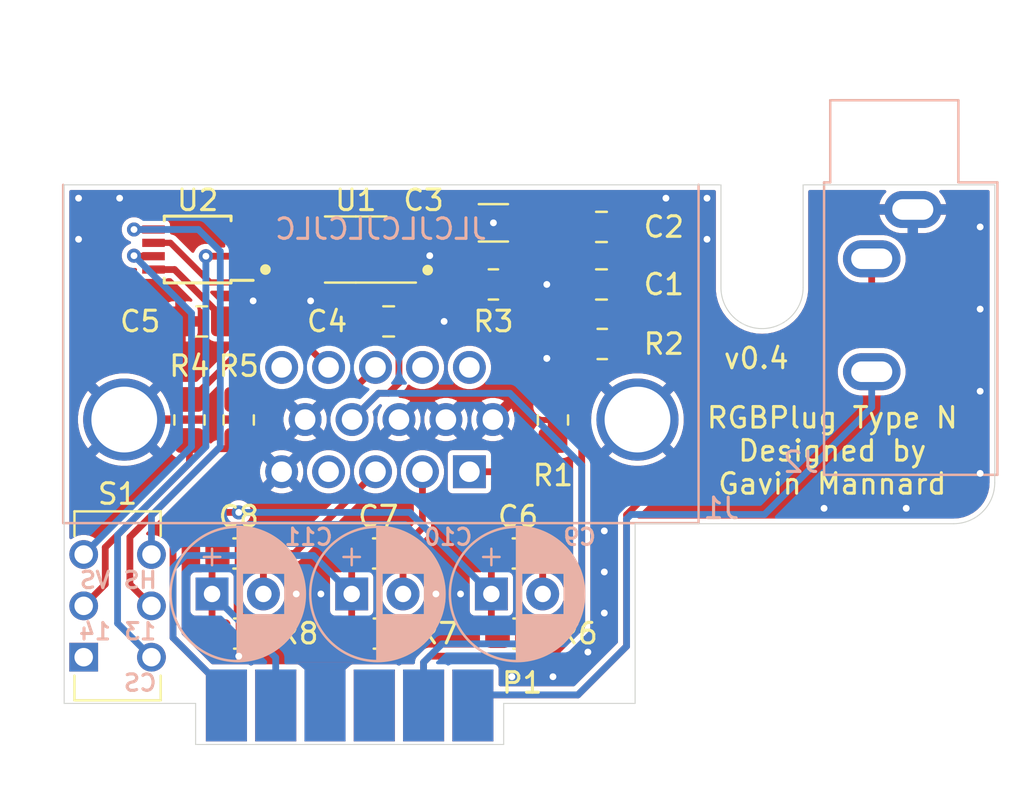
<source format=kicad_pcb>
(kicad_pcb (version 20241229) (generator "pcbnew") (generator_version "9.0")
  (title_block (title "RGBPlug Type N") (date "2025-05-28") (rev "v0.4"))
  (layers (0 "F.Cu" signal) (2 "B.Cu" signal) (13 "F.Paste" user) (15 "B.Paste" user) (5 "F.SilkS" user "F.Silkscreen") (7 "B.SilkS" user "B.Silkscreen") (1 "F.Mask" user) (3 "B.Mask" user) (25 "Edge.Cuts" user))
  (net 0 "")
  (net 1 "Net-(U1-VIN)")
  (net 2 "GND")
  (net 3 "VCC")
  (net 4 "Net-(P1-R)")
  (net 5 "Net-(C6-Pad1)")
  (net 7 "Net-(S1-Pad3)")
  (net 8 "Net-(S1-Pad6)")
  (net 11 "Net-(S1-Pad4)")
  (net 12 "Net-(C11-Pad2)")
  (net 13 "Net-(R4-Pad2)")
  (net 15 "Net-(P1-G)")
  (net 16 "Net-(J1-Pad13)")
  (net 17 "Net-(J1-Pad14)")
  (net 18 "Net-(R5-Pad2)")
  (net 19 "Net-(P1-B)")
  (net 20 "Net-(P1-AR)")
  (net 21 "Net-(P1-AL)")
  (net 26 "Net-(P1-V)")
  (net 27 "Net-(U1-REXT)")
  (net 28 "Net-(C10-Pad2)")
  (net 30 "Net-(U1-HS_OUT)")
  (net 31 "Net-(U1-VS_OUT)")
  (net 32 "Net-(U1-CS_OUT)")
  (net 35 "Net-(C1-Pad1)")
  (footprint "Resistor_SMD:R_0805_2012Metric_Pad1.20x1.40mm_HandSolder" (layer "F.Cu") (at 129.3 101 -90)
    (property "Reference" "R5" (at -2.625 0 180) (layer "F.SilkS"))
    (property "Value" "510")
    (pad "1" smd roundrect (at -1 0 270) (size 1.2 1.4) (layers "F.Cu" "F.Mask" "F.Paste") (roundrect_rratio 0.2083325) (net 16 "Net-(J1-Pad13)"))
    (pad "2" smd roundrect (at 1 0 270) (size 1.2 1.4) (layers "F.Cu" "F.Mask" "F.Paste") (roundrect_rratio 0.2083325) (net 18 "Net-(R5-Pad2)"))
  )
  (footprint "Capacitor_SMD:C_0805_2012Metric_Pad1.18x1.45mm_HandSolder" (layer "F.Cu") (at 136.1 107.5 180)
    (property "Reference" "C7" (at 0 1.8 0) (layer "F.SilkS"))
    (property "Value" "0.01u")
    (pad "1" smd roundrect (at -1.0375 0 180) (size 1.175 1.45) (layers "F.Cu" "F.Mask" "F.Paste") (roundrect_rratio 0.2127659574) (net 28 "Net-(C10-Pad2)"))
    (pad "2" smd roundrect (at 1.0375 0 180) (size 1.175 1.45) (layers "F.Cu" "F.Mask" "F.Paste") (roundrect_rratio 0.2127659574) (net 15 "Net-(P1-G)"))
  )
  (footprint "Capacitor_SMD:C_0805_2012Metric_Pad1.18x1.45mm_HandSolder" (layer "F.Cu") (at 129.3 107.5)
    (property "Reference" "C8" (at 0 -1.8 0) (layer "F.SilkS"))
    (property "Value" "0.01u")
    (pad "1" smd roundrect (at -1.0375 0) (size 1.175 1.45) (layers "F.Cu" "F.Mask" "F.Paste") (roundrect_rratio 0.2127659574) (net 19 "Net-(P1-B)"))
    (pad "2" smd roundrect (at 1.0375 0) (size 1.175 1.45) (layers "F.Cu" "F.Mask" "F.Paste") (roundrect_rratio 0.2127659574) (net 12 "Net-(C11-Pad2)"))
  )
  (footprint "Resistor_SMD:R_0805_2012Metric_Pad1.20x1.40mm_HandSolder" (layer "F.Cu") (at 126.9 101 -90)
    (property "Reference" "R4" (at -2.625 0 180) (layer "F.SilkS"))
    (property "Value" "510")
    (pad "1" smd roundrect (at -1 0 270) (size 1.2 1.4) (layers "F.Cu" "F.Mask" "F.Paste") (roundrect_rratio 0.2083325) (net 17 "Net-(J1-Pad14)"))
    (pad "2" smd roundrect (at 1 0 270) (size 1.2 1.4) (layers "F.Cu" "F.Mask" "F.Paste") (roundrect_rratio 0.2083325) (net 13 "Net-(R4-Pad2)"))
  )
  (footprint "Capacitor_SMD:C_0805_2012Metric_Pad1.18x1.45mm_HandSolder" (layer "F.Cu") (at 146.9625 91.6)
    (property "Reference" "C2" (at 3.0375 0 0) (layer "F.SilkS"))
    (property "Value" "0.01uF")
    (pad "1" smd roundrect (at -1.0375 0) (size 1.175 1.45) (layers "F.Cu" "F.Mask" "F.Paste") (roundrect_rratio 0.2127659574) (net 1 "Net-(U1-VIN)"))
    (pad "2" smd roundrect (at 1.0375 0) (size 1.175 1.45) (layers "F.Cu" "F.Mask" "F.Paste") (roundrect_rratio 0.2127659574) (net 35 "Net-(C1-Pad1)"))
  )
  (footprint "Capacitor_SMD:C_0805_2012Metric_Pad1.18x1.45mm_HandSolder" (layer "F.Cu") (at 136.6 96.2 180)
    (property "Reference" "C4" (at 3 0 0) (layer "F.SilkS"))
    (property "Value" "0.1u")
    (pad "1" smd roundrect (at -1.0375 0 180) (size 1.175 1.45) (layers "F.Cu" "F.Mask" "F.Paste") (roundrect_rratio 0.2127659574) (net 2 "GND"))
    (pad "2" smd roundrect (at 1.0375 0 180) (size 1.175 1.45) (layers "F.Cu" "F.Mask" "F.Paste") (roundrect_rratio 0.2127659574) (net 3 "VCC"))
  )
  (footprint "Capacitor_SMD:C_0805_2012Metric_Pad1.18x1.45mm_HandSolder" (layer "F.Cu") (at 142.9 107.5 180)
    (property "Reference" "C6" (at 0 1.8 0) (layer "F.SilkS"))
    (property "Value" "0.01u")
    (pad "1" smd roundrect (at -1.0375 0 180) (size 1.175 1.45) (layers "F.Cu" "F.Mask" "F.Paste") (roundrect_rratio 0.2127659574) (net 5 "Net-(C6-Pad1)"))
    (pad "2" smd roundrect (at 1.0375 0 180) (size 1.175 1.45) (layers "F.Cu" "F.Mask" "F.Paste") (roundrect_rratio 0.2127659574) (net 4 "Net-(P1-R)"))
  )
  (footprint "retro_gaming:SNES_multiAV_plug_PCB" (layer "F.Cu") (at 134.7 114.9)
    (property "Reference" "P1" (at 8.4 -1.1 0) (layer "F.SilkS"))
    (property "Value" "SNES_multiAV_plug_PCB")
    (pad "1" smd rect (at -6 0) (size 2 3.5) (layers "F.Cu" "F.Mask" "F.Paste") (net 4 "Net-(P1-R)"))
    (pad "2" smd rect (at -6 0) (size 2 3.5) (layers "B.Cu" "B.Mask" "B.Paste") (net 15 "Net-(P1-G)"))
    (pad "3" smd rect (at -3.6 0) (size 2 3.5) (layers "F.Cu" "F.Mask" "F.Paste"))
    (pad "4" smd rect (at -3.6 0) (size 2 3.5) (layers "B.Cu" "B.Mask" "B.Paste") (net 19 "Net-(P1-B)"))
    (pad "5" smd rect (at -1.2 0) (size 2 3.5) (layers "F.Cu" "F.Mask" "F.Paste") (net 2 "GND"))
    (pad "6" smd rect (at -1.2 0) (size 2 3.5) (layers "B.Cu" "B.Mask" "B.Paste") (net 2 "GND"))
    (pad "7" smd rect (at 1.2 0) (size 2 3.5) (layers "F.Cu" "F.Mask" "F.Paste"))
    (pad "8" smd rect (at 1.2 0) (size 2 3.5) (layers "B.Cu" "B.Mask" "B.Paste"))
    (pad "9" smd rect (at 3.6 0) (size 2 3.5) (layers "F.Cu" "F.Mask" "F.Paste") (net 26 "Net-(P1-V)"))
    (pad "10" smd rect (at 3.6 0) (size 2 3.5) (layers "B.Cu" "B.Mask" "B.Paste") (net 3 "VCC"))
    (pad "11" smd rect (at 6 0) (size 2 3.5) (layers "F.Cu" "F.Mask" "F.Paste") (net 21 "Net-(P1-AL)"))
    (pad "12" smd rect (at 6 0) (size 2 3.5) (layers "B.Cu" "B.Mask" "B.Paste") (net 20 "Net-(P1-AR)"))
  )
  (footprint "Button_Switch_THT:SW_CuK_JS202011CQN_DPDT_Straight" (layer "F.Cu") (at 121.75 112.55 90)
    (property "Reference" "S1" (at 7.95 1.65 0) (layer "F.SilkS"))
    (property "Value" "JS202011CQN")
    (pad "1" thru_hole rect (at 0 0 90) (size 1.4 1.4) (drill 0.9) (layers "*.Cu" "*.Mask"))
    (pad "2" thru_hole circle (at 2.5 0 90) (size 1.4 1.4) (drill 0.9) (layers "*.Cu" "*.Mask") (net 13 "Net-(R4-Pad2)"))
    (pad "3" thru_hole circle (at 5 0 90) (size 1.4 1.4) (drill 0.9) (layers "*.Cu" "*.Mask") (net 7 "Net-(S1-Pad3)"))
    (pad "4" thru_hole circle (at 0 3.3 90) (size 1.4 1.4) (drill 0.9) (layers "*.Cu" "*.Mask") (net 11 "Net-(S1-Pad4)"))
    (pad "5" thru_hole circle (at 2.5 3.3 90) (size 1.4 1.4) (drill 0.9) (layers "*.Cu" "*.Mask") (net 18 "Net-(R5-Pad2)"))
    (pad "6" thru_hole circle (at 5 3.3 90) (size 1.4 1.4) (drill 0.9) (layers "*.Cu" "*.Mask") (net 8 "Net-(S1-Pad6)"))
  )
  (footprint "Resistor_SMD:R_0805_2012Metric_Pad1.20x1.40mm_HandSolder" (layer "F.Cu") (at 144.6 101 -90)
    (property "Reference" "R1" (at 2.7 0 0) (layer "F.SilkS"))
    (property "Value" "75")
    (pad "1" smd roundrect (at -1 0 270) (size 1.2 1.4) (layers "F.Cu" "F.Mask" "F.Paste") (roundrect_rratio 0.2083325) (net 26 "Net-(P1-V)"))
    (pad "2" smd roundrect (at 1 0 270) (size 1.2 1.4) (layers "F.Cu" "F.Mask" "F.Paste") (roundrect_rratio 0.2083325) (net 2 "GND"))
  )
  (footprint "Resistor_SMD:R_0805_2012Metric_Pad1.20x1.40mm_HandSolder" (layer "F.Cu") (at 142.9 111.4)
    (property "Reference" "R6" (at 2.9 0 0) (layer "F.SilkS"))
    (property "Value" "75")
    (pad "1" smd roundrect (at -1 0) (size 1.2 1.4) (layers "F.Cu" "F.Mask" "F.Paste") (roundrect_rratio 0.2083333333) (net 4 "Net-(P1-R)"))
    (pad "2" smd roundrect (at 1 0) (size 1.2 1.4) (layers "F.Cu" "F.Mask" "F.Paste") (roundrect_rratio 0.2083333333) (net 2 "GND"))
  )
  (footprint "Resistor_SMD:R_0805_2012Metric_Pad1.20x1.40mm_HandSolder" (layer "F.Cu") (at 141.7 94.4)
    (property "Reference" "R3" (at 0 1.8 0) (layer "F.SilkS"))
    (property "Value" "10k")
    (pad "1" smd roundrect (at -1 0) (size 1.2 1.4) (layers "F.Cu" "F.Mask" "F.Paste") (roundrect_rratio 0.208333) (net 27 "Net-(U1-REXT)"))
    (pad "2" smd roundrect (at 1 0) (size 1.2 1.4) (layers "F.Cu" "F.Mask" "F.Paste") (roundrect_rratio 0.208333) (net 2 "GND"))
  )
  (footprint "Resistor_SMD:R_0805_2012Metric_Pad1.20x1.40mm_HandSolder" (layer "F.Cu") (at 136.1 111.4)
    (property "Reference" "R7" (at 2.9 0 0) (layer "F.SilkS"))
    (property "Value" "75")
    (pad "1" smd roundrect (at -1 0) (size 1.2 1.4) (layers "F.Cu" "F.Mask" "F.Paste") (roundrect_rratio 0.2083333333) (net 15 "Net-(P1-G)"))
    (pad "2" smd roundrect (at 1 0) (size 1.2 1.4) (layers "F.Cu" "F.Mask" "F.Paste") (roundrect_rratio 0.2083333333) (net 2 "GND"))
  )
  (footprint "Capacitor_SMD:C_0805_2012Metric_Pad1.18x1.45mm_HandSolder" (layer "F.Cu") (at 127.5 96.2)
    (property "Reference" "C5" (at -3 0 0) (layer "F.SilkS"))
    (property "Value" "0.1uF")
    (pad "1" smd roundrect (at -1.0375 0) (size 1.175 1.45) (layers "F.Cu" "F.Mask" "F.Paste") (roundrect_rratio 0.212766) (net 2 "GND"))
    (pad "2" smd roundrect (at 1.0375 0) (size 1.175 1.45) (layers "F.Cu" "F.Mask" "F.Paste") (roundrect_rratio 0.212766) (net 3 "VCC"))
  )
  (footprint "Capacitor_SMD:C_1206_3216Metric_Pad1.33x1.80mm_HandSolder" (layer "F.Cu") (at 141.7 91.4)
    (property "Reference" "C3" (at -3.4 -1.1 0) (layer "F.SilkS"))
    (property "Value" "10uF")
    (pad "1" smd roundrect (at -1.5625 0) (size 1.325 1.8) (layers "F.Cu" "F.Mask" "F.Paste") (roundrect_rratio 0.188679) (net 3 "VCC"))
    (pad "2" smd roundrect (at 1.5625 0) (size 1.325 1.8) (layers "F.Cu" "F.Mask" "F.Paste") (roundrect_rratio 0.188679) (net 2 "GND"))
  )
  (footprint "Capacitor_SMD:C_0805_2012Metric_Pad1.18x1.45mm_HandSolder" (layer "F.Cu") (at 146.9625 94.4 180)
    (property "Reference" "C1" (at -3.0375 0 0) (layer "F.SilkS"))
    (property "Value" "1nF")
    (pad "1" smd roundrect (at -1.0375 0 180) (size 1.175 1.45) (layers "F.Cu" "F.Mask" "F.Paste") (roundrect_rratio 0.2127659574) (net 35 "Net-(C1-Pad1)"))
    (pad "2" smd roundrect (at 1.0375 0 180) (size 1.175 1.45) (layers "F.Cu" "F.Mask" "F.Paste") (roundrect_rratio 0.2127659574) (net 2 "GND"))
  )
  (footprint "Package_SO:TSSOP-8_3x3mm_P0.65mm" (layer "F.Cu") (at 127.3 92.7 180)
    (property "Reference" "U2" (at 0 2.4 0) (layer "F.SilkS"))
    (property "Value" "74LVC3G34")
    (pad "1" smd rect (at -2.15 -0.975 180) (size 1.1 0.4) (layers "F.Cu" "F.Mask" "F.Paste") (net 31 "Net-(U1-VS_OUT)"))
    (pad "2" smd rect (at -2.15 -0.325 180) (size 1.1 0.4) (layers "F.Cu" "F.Mask" "F.Paste") (net 11 "Net-(S1-Pad4)"))
    (pad "3" smd rect (at -2.15 0.325 180) (size 1.1 0.4) (layers "F.Cu" "F.Mask" "F.Paste") (net 30 "Net-(U1-HS_OUT)"))
    (pad "4" smd rect (at -2.15 0.975 180) (size 1.1 0.4) (layers "F.Cu" "F.Mask" "F.Paste") (net 2 "GND"))
    (pad "5" smd rect (at 2.15 0.975 180) (size 1.1 0.4) (layers "F.Cu" "F.Mask" "F.Paste") (net 8 "Net-(S1-Pad6)"))
    (pad "6" smd rect (at 2.15 0.325 180) (size 1.1 0.4) (layers "F.Cu" "F.Mask" "F.Paste") (net 32 "Net-(U1-CS_OUT)"))
    (pad "7" smd rect (at 2.15 -0.325 180) (size 1.1 0.4) (layers "F.Cu" "F.Mask" "F.Paste") (net 7 "Net-(S1-Pad3)"))
    (pad "8" smd rect (at 2.15 -0.975 180) (size 1.1 0.4) (layers "F.Cu" "F.Mask" "F.Paste") (net 3 "VCC"))
  )
  (footprint "Package_SO:VSSOP-10_3x3mm_P0.5mm" (layer "F.Cu") (at 135 92.7 180)
    (property "Reference" "U1" (at 0 2.4 0) (layer "F.SilkS"))
    (property "Value" "LMH1980")
    (pad "1" smd roundrect (at -2.2 -1 180) (size 1.45 0.3) (layers "F.Cu" "F.Mask" "F.Paste") (net 27 "Net-(U1-REXT)"))
    (pad "2" smd roundrect (at -2.2 -0.5 180) (size 1.45 0.3) (layers "F.Cu" "F.Mask" "F.Paste") (net 2 "GND"))
    (pad "3" smd roundrect (at -2.2 0 180) (size 1.45 0.3) (layers "F.Cu" "F.Mask" "F.Paste") (net 3 "VCC"))
    (pad "4" smd roundrect (at -2.2 0.5 180) (size 1.45 0.3) (layers "F.Cu" "F.Mask" "F.Paste") (net 1 "Net-(U1-VIN)"))
    (pad "5" smd roundrect (at -2.2 1 180) (size 1.45 0.3) (layers "F.Cu" "F.Mask" "F.Paste"))
    (pad "6" smd roundrect (at 2.2 1 180) (size 1.45 0.3) (layers "F.Cu" "F.Mask" "F.Paste") (net 30 "Net-(U1-HS_OUT)"))
    (pad "7" smd roundrect (at 2.2 0.5 180) (size 1.45 0.3) (layers "F.Cu" "F.Mask" "F.Paste") (net 31 "Net-(U1-VS_OUT)"))
    (pad "8" smd roundrect (at 2.2 0 180) (size 1.45 0.3) (layers "F.Cu" "F.Mask" "F.Paste") (net 32 "Net-(U1-CS_OUT)"))
    (pad "9" smd roundrect (at 2.2 -0.5 180) (size 1.45 0.3) (layers "F.Cu" "F.Mask" "F.Paste"))
    (pad "10" smd roundrect (at 2.2 -1 180) (size 1.45 0.3) (layers "F.Cu" "F.Mask" "F.Paste"))
  )
  (footprint "Resistor_SMD:R_0805_2012Metric_Pad1.20x1.40mm_HandSolder" (layer "F.Cu") (at 129.3 111.4)
    (property "Reference" "R8" (at 2.9 0 0) (layer "F.SilkS"))
    (property "Value" "75")
    (pad "1" smd roundrect (at -1 0) (size 1.2 1.4) (layers "F.Cu" "F.Mask" "F.Paste") (roundrect_rratio 0.2083333333) (net 19 "Net-(P1-B)"))
    (pad "2" smd roundrect (at 1 0) (size 1.2 1.4) (layers "F.Cu" "F.Mask" "F.Paste") (roundrect_rratio 0.2083333333) (net 2 "GND"))
  )
  (footprint "Resistor_SMD:R_0805_2012Metric_Pad1.20x1.40mm_HandSolder" (layer "F.Cu") (at 147 97.3)
    (property "Reference" "R2" (at 3 0 0) (layer "F.SilkS"))
    (property "Value" "75")
    (pad "1" smd roundrect (at -1 0) (size 1.2 1.4) (layers "F.Cu" "F.Mask" "F.Paste") (roundrect_rratio 0.2083333333) (net 26 "Net-(P1-V)"))
    (pad "2" smd roundrect (at 1 0) (size 1.2 1.4) (layers "F.Cu" "F.Mask" "F.Paste") (roundrect_rratio 0.2083333333) (net 35 "Net-(C1-Pad1)"))
  )
  (footprint "retro_gaming:L17HTHES4F1C" (layer "B.Cu") (at 140.53 103.52)
    (property "Reference" "J1" (at 12.27 1.78 0) (layer "B.SilkS") (effects (justify mirror)))
    (property "Value" "DB15_Female_HighDensity_MountingHoles")
    (pad "0" thru_hole circle (at -16.805 -2.54) (size 4 4) (drill 3.2) (layers "*.Cu" "*.Mask") (net 2 "GND"))
    (pad "0" thru_hole circle (at 8.185 -2.54) (size 4 4) (drill 3.2) (layers "*.Cu" "*.Mask") (net 2 "GND"))
    (pad "1" thru_hole rect (at 0 0) (size 1.6 1.6) (drill 1) (layers "*.Cu" "*.Mask") (net 5 "Net-(C6-Pad1)"))
    (pad "2" thru_hole circle (at -2.285 0) (size 1.6 1.6) (drill 1) (layers "*.Cu" "*.Mask") (net 28 "Net-(C10-Pad2)"))
    (pad "3" thru_hole circle (at -4.57 0) (size 1.6 1.6) (drill 1) (layers "*.Cu" "*.Mask") (net 12 "Net-(C11-Pad2)"))
    (pad "4" thru_hole circle (at -6.855 0) (size 1.6 1.6) (drill 1) (layers "*.Cu" "*.Mask"))
    (pad "5" thru_hole circle (at -9.14 0) (size 1.6 1.6) (drill 1) (layers "*.Cu" "*.Mask") (net 2 "GND"))
    (pad "6" thru_hole circle (at 1.1425 -2.54) (size 1.6 1.6) (drill 1) (layers "*.Cu" "*.Mask") (net 2 "GND"))
    (pad "7" thru_hole circle (at -1.1425 -2.54) (size 1.6 1.6) (drill 1) (layers "*.Cu" "*.Mask") (net 2 "GND"))
    (pad "8" thru_hole circle (at -3.4275 -2.54) (size 1.6 1.6) (drill 1) (layers "*.Cu" "*.Mask") (net 2 "GND"))
    (pad "9" thru_hole circle (at -5.7125 -2.54) (size 1.6 1.6) (drill 1) (layers "*.Cu" "*.Mask") (net 3 "VCC"))
    (pad "10" thru_hole circle (at -7.9975 -2.54) (size 1.6 1.6) (drill 1) (layers "*.Cu" "*.Mask") (net 2 "GND"))
    (pad "11" thru_hole circle (at 0 -5.08) (size 1.6 1.6) (drill 1) (layers "*.Cu" "*.Mask"))
    (pad "12" thru_hole circle (at -2.285 -5.08) (size 1.6 1.6) (drill 1) (layers "*.Cu" "*.Mask"))
    (pad "13" thru_hole circle (at -4.57 -5.08) (size 1.6 1.6) (drill 1) (layers "*.Cu" "*.Mask") (net 16 "Net-(J1-Pad13)"))
    (pad "14" thru_hole circle (at -6.855 -5.08) (size 1.6 1.6) (drill 1) (layers "*.Cu" "*.Mask") (net 17 "Net-(J1-Pad14)"))
    (pad "15" thru_hole circle (at -9.14 -5.08) (size 1.6 1.6) (drill 1) (layers "*.Cu" "*.Mask"))
  )
  (footprint "Connector_Audio:Jack_3.5mm_CUI_SJ1-3533NG_Horizontal" (layer "B.Cu") (at 162.12 90.75 180)
    (property "Reference" "J2" (at 5.445 -12.3 0) (layer "B.SilkS") (effects (justify mirror)))
    (property "Value" "AudioJack3")
    (pad "R" thru_hole oval (at 2 -7.9 180) (size 2.8 1.8) (drill oval 2 1) (layers "*.Cu" "*.Mask") (net 20 "Net-(P1-AR)"))
    (pad "S" thru_hole oval (at 0 0 180) (size 2.8 1.8) (drill oval 2 1) (layers "*.Cu" "*.Mask") (net 2 "GND"))
    (pad "T" thru_hole oval (at 2 -2.4 180) (size 2.8 1.8) (drill oval 2 1) (layers "*.Cu" "*.Mask") (net 21 "Net-(P1-AL)"))
  )
  (footprint "Capacitor_THT:CP_Radial_D6.3mm_P2.50mm" (layer "B.Cu") (at 134.8 109.47)
    (property "Reference" "C10" (at 4.7 -2.77 180) (layer "B.SilkS") (effects (font (size 0.8 0.8) (thickness 0.15) (bold yes)) (justify mirror)))
    (property "Value" "470u")
    (pad "1" thru_hole rect (at 0 0) (size 1.6 1.6) (drill 0.8) (layers "*.Cu" "*.Mask") (net 15 "Net-(P1-G)"))
    (pad "2" thru_hole circle (at 2.5 0) (size 1.6 1.6) (drill 0.8) (layers "*.Cu" "*.Mask") (net 28 "Net-(C10-Pad2)"))
  )
  (footprint "Capacitor_THT:CP_Radial_D6.3mm_P2.50mm" (layer "B.Cu") (at 128 109.47)
    (property "Reference" "C11" (at 4.7 -2.77 0) (layer "B.SilkS") (effects (font (size 0.8 0.8) (thickness 0.15) (bold yes)) (justify mirror)))
    (property "Value" "470u")
    (pad "1" thru_hole rect (at 0 0) (size 1.6 1.6) (drill 0.8) (layers "*.Cu" "*.Mask") (net 19 "Net-(P1-B)"))
    (pad "2" thru_hole circle (at 2.5 0) (size 1.6 1.6) (drill 0.8) (layers "*.Cu" "*.Mask") (net 12 "Net-(C11-Pad2)"))
  )
  (footprint "Capacitor_THT:CP_Radial_D6.3mm_P2.50mm" (layer "B.Cu") (at 141.6 109.47)
    (property "Reference" "C9" (at 4.3 -2.77 180) (layer "B.SilkS") (effects (font (size 0.8 0.8) (thickness 0.15) (bold yes)) (justify mirror)))
    (property "Value" "470u")
    (pad "1" thru_hole rect (at 0 0) (size 1.6 1.6) (drill 0.8) (layers "*.Cu" "*.Mask") (net 4 "Net-(P1-R)"))
    (pad "2" thru_hole circle (at 2.5 0) (size 1.6 1.6) (drill 0.8) (layers "*.Cu" "*.Mask") (net 5 "Net-(C6-Pad1)"))
  )
  (gr_circle (center 130.6 93.675) (end 130.8 93.675) (stroke (width 0.12)) (fill yes) (layer "F.SilkS"))
  (gr_circle (center 138.5 93.7) (end 138.7 93.7) (stroke (width 0.12)) (fill yes) (layer "F.SilkS"))
  (gr_line (start 166.11 89.55) (end 166.11 104.05) (stroke (width 0.05)) (layer "Edge.Cuts"))
  (gr_line (start 156.78 89.55) (end 166.11 89.55) (stroke (width 0.05)) (layer "Edge.Cuts"))
  (gr_arc (start 166.11 104.05) (mid 165.524214 105.464214) (end 164.11 106.05) (stroke (width 0.05)) (layer "Edge.Cuts"))
  (gr_arc (start 156.78 94.55) (mid 154.78 96.55) (end 152.78 94.55) (stroke (width 0.05)) (layer "Edge.Cuts"))
  (gr_line (start 142.2 116.8) (end 142.2 114.8) (stroke (width 0.05)) (layer "Edge.Cuts"))
  (gr_line (start 142.2 114.8) (end 148.6 114.8) (stroke (width 0.05)) (layer "Edge.Cuts"))
  (gr_line (start 152.78 94.55) (end 152.78 89.55) (stroke (width 0.05)) (layer "Edge.Cuts"))
  (gr_line (start 120.8 114.8) (end 120.8 89.55) (stroke (width 0.05)) (layer "Edge.Cuts"))
  (gr_line (start 127.2 114.8) (end 127.2 116.8) (stroke (width 0.05)) (layer "Edge.Cuts"))
  (gr_line (start 156.78 94.55) (end 156.78 89.55) (stroke (width 0.05)) (layer "Edge.Cuts"))
  (gr_line (start 164.11 106.05) (end 148.6 106.05) (stroke (width 0.05)) (layer "Edge.Cuts"))
  (gr_line (start 148.6 114.8) (end 148.6 106.05) (stroke (width 0.05)) (layer "Edge.Cuts"))
  (gr_line (start 120.8 89.55) (end 152.78 89.55) (stroke (width 0.05)) (layer "Edge.Cuts"))
  (gr_line (start 127.2 116.8) (end 142.2 116.8) (stroke (width 0.05)) (layer "Edge.Cuts"))
  (gr_line (start 120.8 114.8) (end 127.2 114.8) (stroke (width 0.05)) (layer "Edge.Cuts"))
  (gr_text "RGBPlug Type N\nDesigned by\nGavin Mannard" (at 158.2 102.5 0) (layer "F.SilkS") (effects (font (size 1 1))))
  (gr_text "v0.4" (at 154.5 98 0) (layer "F.SilkS") (effects (font (size 1 1))))
  (gr_text "JLCJLCJLCJLC" (at 136.22 91.7 0) (layer "B.SilkS") (effects (font (size 1 1)) (justify mirror)))
  (gr_text "14" (at 122.3 111.3 0) (layer "B.SilkS") (effects (font (size 0.8 0.8)) (justify mirror)))
  (gr_text "CS" (at 124.5 113.8 0) (layer "B.SilkS") (effects (font (size 0.8 0.8)) (justify mirror)))
  (gr_text "VS" (at 122.3 108.8 0) (layer "B.SilkS") (effects (font (size 0.8 0.8)) (justify mirror)))
  (gr_text "13" (at 124.5 111.3 0) (layer "B.SilkS") (effects (font (size 0.8 0.8)) (justify mirror)))
  (gr_text "HS" (at 124.5 108.8 0) (layer "B.SilkS") (effects (font (size 0.8 0.8)) (justify mirror)))
  (segment (start 139.5 92.7) (end 144.9625 92.7) (width 0.3) (layer "F.Cu") (net 1))
  (segment (start 144.9625 92.7) (end 145.925 91.7375) (width 0.3) (layer "F.Cu") (net 1))
  (segment (start 145.925 91.7375) (end 145.925 91.6) (width 0.3) (layer "F.Cu") (net 1))
  (segment (start 139 92.2) (end 139.5 92.7) (width 0.3) (layer "F.Cu") (net 1))
  (segment (start 137.2 92.2) (end 139 92.2) (width 0.3) (layer "F.Cu") (net 1))
  (segment (start 136.1 95.1) (end 137.0375 95.1) (width 0.3) (layer "F.Cu") (net 2))
  (segment (start 137.0375 95.1) (end 137.6375 94.5) (width 0.3) (layer "F.Cu") (net 2))
  (segment (start 131.6125 101.9) (end 132.5325 100.98) (width 0.4064) (layer "F.Cu") (net 2))
  (segment (start 138.7 93.1) (end 138.6 93) (width 0.3) (layer "F.Cu") (net 2))
  (segment (start 138.7 93.2) (end 138.7 93.1) (width 0.3) (layer "F.Cu") (net 2))
  (segment (start 123.725 100.98) (end 130.18 100.98) (width 0.4064) (layer "F.Cu") (net 2))
  (segment (start 137.6375 94.5) (end 137.6375 96.2) (width 0.3) (layer "F.Cu") (net 2))
  (segment (start 130.18 100.98) (end 131.1 101.9) (width 0.4064) (layer "F.Cu") (net 2))
  (segment (start 122.3 100.05) (end 122.425 100.05) (width 0.3) (layer "F.Cu") (net 2))
  (segment (start 131.1 101.9) (end 131.6125 101.9) (width 0.4064) (layer "F.Cu") (net 2))
  (segment (start 137.2 93.2) (end 138.7 93.2) (width 0.3) (layer "F.Cu") (net 2))
  (segment (start 136.1 93.2) (end 136.1 95.1) (width 0.3) (layer "F.Cu") (net 2))
  (segment (start 137.2 93.2) (end 136.1 93.2) (width 0.3) (layer "F.Cu") (net 2))
  (via (at 123.5 90.2) (size 0.6858) (drill 0.3302) (layers "F.Cu" "B.Cu") (net 2))
  (via (at 165.4 95.6) (size 0.6858) (drill 0.3302) (layers "F.Cu" "B.Cu") (net 2))
  (via (at 152.1 90.2) (size 0.6858) (drill 0.3302) (layers "F.Cu" "B.Cu") (net 2))
  (via (at 147.1 108.4) (size 0.6858) (drill 0.3302) (layers "F.Cu" "B.Cu") (net 2))
  (via (at 129.3 112.5) (size 0.6858) (drill 0.3302) (layers "F.Cu" "B.Cu") (net 2))
  (via (at 147.1 106.4) (size 0.6858) (drill 0.3302) (layers "F.Cu" "B.Cu") (net 2))
  (via (at 142.6 113.5) (size 0.6858) (drill 0.3302) (layers "F.Cu" "B.Cu") (net 2))
  (via (at 157.8 105.3) (size 0.6858) (drill 0.3302) (layers "F.Cu" "B.Cu") (net 2))
  (via (at 141.7 91.4) (size 0.6858) (drill 0.3302) (layers "F.Cu" "B.Cu") (net 2))
  (via (at 150.1 90.2) (size 0.6858) (drill 0.3302) (layers "F.Cu" "B.Cu") (net 2))
  (via (at 138.6 93) (size 0.6858) (drill 0.3302) (layers "F.Cu" "B.Cu") (net 2))
  (via (at 139.3 96.2) (size 0.6858) (drill 0.3302) (layers "F.Cu" "B.Cu") (net 2))
  (via (at 138.9 109.47) (size 0.6858) (drill 0.3302) (layers "F.Cu" "B.Cu") (net 2))
  (via (at 144.3 98) (size 0.6858) (drill 0.3302) (layers "F.Cu" "B.Cu") (net 2))
  (via (at 152.1 92.2) (size 0.6858) (drill 0.3302) (layers "F.Cu" "B.Cu") (net 2))
  (via (at 144.3 94.4) (size 0.6858) (drill 0.3302) (layers "F.Cu" "B.Cu") (net 2))
  (via (at 147.1 110.4) (size 0.6858) (drill 0.3302) (layers "F.Cu" "B.Cu") (net 2))
  (via (at 146.3 112.3) (size 0.6858) (drill 0.3302) (layers "F.Cu" "B.Cu") (net 2))
  (via (at 144.3 98) (size 0.6858) (drill 0.3302) (layers "F.Cu" "B.Cu") (net 2))
  (via (at 165.4 103.6) (size 0.6858) (drill 0.3302) (layers "F.Cu" "B.Cu") (net 2))
  (via (at 121.5 92.2) (size 0.6858) (drill 0.3302) (layers "F.Cu" "B.Cu") (net 2))
  (via (at 165.4 91.6) (size 0.6858) (drill 0.3302) (layers "F.Cu" "B.Cu") (net 2))
  (via (at 133.3 109.47) (size 0.6858) (drill 0.3302) (layers "F.Cu" "B.Cu") (net 2))
  (via (at 130 95.2) (size 0.6858) (drill 0.3302) (layers "F.Cu" "B.Cu") (net 2))
  (via (at 121.5 90.2) (size 0.6858) (drill 0.3302) (layers "F.Cu" "B.Cu") (net 2))
  (via (at 140.1 109.47) (size 0.6858) (drill 0.3302) (layers "F.Cu" "B.Cu") (net 2))
  (via (at 132.1 109.47) (size 0.6858) (drill 0.3302) (layers "F.Cu" "B.Cu") (net 2))
  (via (at 165.4 99.6) (size 0.6858) (drill 0.3302) (layers "F.Cu" "B.Cu") (net 2))
  (via (at 144.6 113.5) (size 0.6858) (drill 0.3302) (layers "F.Cu" "B.Cu") (net 2))
  (via (at 132.8 95.2) (size 0.6858) (drill 0.3302) (layers "F.Cu" "B.Cu") (net 2))
  (via (at 161.8 105.3) (size 0.6858) (drill 0.3302) (layers "F.Cu" "B.Cu") (net 2))
  (segment (start 128.5375 96.2) (end 128.5375 96.0375) (width 0.3302) (layer "F.Cu") (net 3))
  (segment (start 134.8175 100.98) (end 134.82 100.98) (width 0.3302) (layer "F.Cu") (net 3))
  (segment (start 134.82 100.98) (end 136.1 99.7) (width 0.3302) (layer "F.Cu") (net 3))
  (segment (start 139.9375 91.2) (end 136.1 91.2) (width 0.3) (layer "F.Cu") (net 3))
  (segment (start 128.5375 96.0375) (end 126.175 93.675) (width 0.3302) (layer "F.Cu") (net 3))
  (segment (start 135.5625 96.3625) (end 135.5625 96.2) (width 0.3302) (layer "F.Cu") (net 3))
  (segment (start 136.1 91.2) (end 135.5625 91.7375) (width 0.3) (layer "F.Cu") (net 3))
  (segment (start 137.2 92.7) (end 135.5625 92.7) (width 0.3) (layer "F.Cu") (net 3))
  (segment (start 140.1375 91.4) (end 139.9375 91.2) (width 0.3) (layer "F.Cu") (net 3))
  (segment (start 128.5375 96.2) (end 135.5625 96.2) (width 0.3302) (layer "F.Cu") (net 3))
  (segment (start 126.175 93.675) (end 125.15 93.675) (width 0.3302) (layer "F.Cu") (net 3))
  (segment (start 135.5625 91.7375) (end 135.5625 92.7) (width 0.3) (layer "F.Cu") (net 3))
  (segment (start 137.1 97.9) (end 135.5625 96.3625) (width 0.3302) (layer "F.Cu") (net 3))
  (segment (start 136.6 99.7) (end 137.1 99.2) (width 0.3302) (layer "F.Cu") (net 3))
  (segment (start 137.1 99.2) (end 137.1 97.9) (width 0.3302) (layer "F.Cu") (net 3))
  (segment (start 135.5625 92.7) (end 135.5625 96.2) (width 0.3) (layer "F.Cu") (net 3))
  (segment (start 136.1 99.7) (end 136.6 99.7) (width 0.3302) (layer "F.Cu") (net 3))
  (segment (start 136.1 99.7) (end 142.5 99.7) (width 0.3302) (layer "B.Cu") (net 3))
  (segment (start 134.82 100.98) (end 136.1 99.7) (width 0.3302) (layer "B.Cu") (net 3))
  (segment (start 134.8175 100.98) (end 134.82 100.98) (width 0.3302) (layer "B.Cu") (net 3))
  (segment (start 145.15 111.9) (end 139.2 111.9) (width 0.3302) (layer "B.Cu") (net 3))
  (segment (start 142.5 99.7) (end 146 103.2) (width 0.3302) (layer "B.Cu") (net 3))
  (segment (start 146 111.05) (end 145.15 111.9) (width 0.3302) (layer "B.Cu") (net 3))
  (segment (start 138.3 112.8) (end 138.3 114.9) (width 0.3302) (layer "B.Cu") (net 3))
  (segment (start 146 103.2) (end 146 111.05) (width 0.3302) (layer "B.Cu") (net 3))
  (segment (start 139.2 111.9) (end 138.3 112.8) (width 0.3302) (layer "B.Cu") (net 3))
  (segment (start 141.6 109.47) (end 141.6 111.1) (width 0.3302) (layer "F.Cu") (net 4))
  (segment (start 127.4 105.5) (end 129.3 105.5) (width 0.3302) (layer "F.Cu") (net 4))
  (segment (start 126.1 106.8) (end 127.4 105.5) (width 0.3302) (layer "F.Cu") (net 4))
  (segment (start 141.6 111.1) (end 141.9 111.4) (width 0.3302) (layer "F.Cu") (net 4))
  (segment (start 141.6 107.7625) (end 141.8625 107.5) (width 0.3302) (layer "F.Cu") (net 4))
  (segment (start 126.1 111.6) (end 126.1 106.8) (width 0.3302) (layer "F.Cu") (net 4))
  (segment (start 128.7 114.9) (end 128.7 114.2) (width 0.3302) (layer "F.Cu") (net 4))
  (segment (start 141.6 109.47) (end 141.6 107.7625) (width 0.3302) (layer "F.Cu") (net 4))
  (segment (start 128.7 114.2) (end 126.1 111.6) (width 0.3302) (layer "F.Cu") (net 4))
  (via (at 129.3 105.5) (size 0.6858) (drill 0.3302) (layers "F.Cu" "B.Cu") (net 4))
  (segment (start 137.63 105.5) (end 141.6 109.47) (width 0.3302) (layer "B.Cu") (net 4))
  (segment (start 129.3 105.5) (end 137.63 105.5) (width 0.3302) (layer "B.Cu") (net 4))
  (segment (start 144.1 109.47) (end 144.1 107.6625) (width 0.3302) (layer "F.Cu") (net 5))
  (segment (start 141.945 103.52) (end 140.53 103.52) (width 0.3302) (layer "F.Cu") (net 5))
  (segment (start 144.1 107.6625) (end 143.9375 107.5) (width 0.3302) (layer "F.Cu") (net 5))
  (segment (start 143.9375 107.5) (end 143.9375 105.5125) (width 0.3302) (layer "F.Cu") (net 5))
  (segment (start 143.9375 105.5125) (end 141.945 103.52) (width 0.3302) (layer "F.Cu") (net 5))
  (segment (start 124.225 93.025) (end 125.15 93.025) (width 0.3302) (layer "F.Cu") (net 7))
  (segment (start 124.2 93) (end 124.225 93.025) (width 0.3302) (layer "F.Cu") (net 7))
  (via (at 124.2 93) (size 0.6858) (drill 0.3302) (layers "F.Cu" "B.Cu") (net 7))
  (segment (start 124.2 93) (end 127 95.8) (width 0.3302) (layer "B.Cu") (net 7))
  (segment (start 127 102.3) (end 121.75 107.55) (width 0.3302) (layer "B.Cu") (net 7))
  (segment (start 127 95.8) (end 127 102.3) (width 0.3302) (layer "B.Cu") (net 7))
  (segment (start 124.2 91.725) (end 125.15 91.725) (width 0.3302) (layer "F.Cu") (net 8))
  (via (at 124.2 91.725) (size 0.6858) (drill 0.3302) (layers "F.Cu" "B.Cu") (net 8))
  (segment (start 124.2 91.725) (end 127.333947 91.725) (width 0.3302) (layer "B.Cu") (net 8))
  (segment (start 125.05 105.65) (end 125.05 107.55) (width 0.3302) (layer "B.Cu") (net 8))
  (segment (start 127.333947 91.725) (end 128.4 92.791053) (width 0.3302) (layer "B.Cu") (net 8))
  (segment (start 128.4 92.791053) (end 128.4 102.3) (width 0.3302) (layer "B.Cu") (net 8))
  (segment (start 128.4 102.3) (end 125.05 105.65) (width 0.3302) (layer "B.Cu") (net 8))
  (segment (start 127.7 93.025) (end 129.45 93.025) (width 0.3302) (layer "F.Cu") (net 11))
  (via (at 127.7 93.025) (size 0.6858) (drill 0.3302) (layers "F.Cu" "B.Cu") (net 11))
  (segment (start 127.7 93.025) (end 127.7 102.3) (width 0.3302) (layer "B.Cu") (net 11))
  (segment (start 123.4 110.9) (end 125.05 112.55) (width 0.3302) (layer "B.Cu") (net 11))
  (segment (start 123.4 106.6) (end 123.4 110.9) (width 0.3302) (layer "B.Cu") (net 11))
  (segment (start 127.7 102.3) (end 123.4 106.6) (width 0.3302) (layer "B.Cu") (net 11))
  (segment (start 135.96 103.52) (end 135.96 103.54) (width 0.3302) (layer "F.Cu") (net 12))
  (segment (start 132 107.5) (end 130.3375 107.5) (width 0.3302) (layer "F.Cu") (net 12))
  (segment (start 135.96 103.54) (end 132 107.5) (width 0.3302) (layer "F.Cu") (net 12))
  (segment (start 130.5 109.47) (end 130.5 107.6625) (width 0.3302) (layer "F.Cu") (net 12))
  (segment (start 130.5 107.6625) (end 130.3375 107.5) (width 0.3302) (layer "F.Cu") (net 12))
  (segment (start 122.8 107.2) (end 126.9 103.1) (width 0.3302) (layer "F.Cu") (net 13))
  (segment (start 126.9 103.1) (end 126.9 102) (width 0.3302) (layer "F.Cu") (net 13))
  (segment (start 122.8 109) (end 122.8 107.2) (width 0.3302) (layer "F.Cu") (net 13))
  (segment (start 121.75 110.05) (end 122.8 109) (width 0.3302) (layer "F.Cu") (net 13))
  (segment (start 134.8 109.47) (end 134.8 111.1) (width 0.3302) (layer "F.Cu") (net 15))
  (segment (start 134.8 111.1) (end 135.1 111.4) (width 0.3302) (layer "F.Cu") (net 15))
  (segment (start 134.8 109.47) (end 134.8 107.7625) (width 0.3302) (layer "F.Cu") (net 15))
  (segment (start 134.8 107.7625) (end 135.0625 107.5) (width 0.3302) (layer "F.Cu") (net 15))
  (segment (start 126.7 107.6) (end 132.93 107.6) (width 0.3302) (layer "B.Cu") (net 15))
  (segment (start 128.7 114.9) (end 128.7 114.2) (width 0.3302) (layer "B.Cu") (net 15))
  (segment (start 128.7 114.2) (end 126.1 111.6) (width 0.3302) (layer "B.Cu") (net 15))
  (segment (start 132.93 107.6) (end 134.8 109.47) (width 0.3302) (layer "B.Cu") (net 15))
  (segment (start 126.1 108.2) (end 126.7 107.6) (width 0.3302) (layer "B.Cu") (net 15))
  (segment (start 126.1 111.6) (end 126.1 108.2) (width 0.3302) (layer "B.Cu") (net 15))
  (segment (start 134.7 99.7) (end 129.6 99.7) (width 0.3302) (layer "F.Cu") (net 16))
  (segment (start 135.96 98.44) (end 134.7 99.7) (width 0.3302) (layer "F.Cu") (net 16))
  (segment (start 129.6 99.7) (end 129.3 100) (width 0.3302) (layer "F.Cu") (net 16))
  (segment (start 133.675 98.44) (end 132.435 97.2) (width 0.3302) (layer "F.Cu") (net 17))
  (segment (start 129.8 97.2) (end 127 100) (width 0.3302) (layer "F.Cu") (net 17))
  (segment (start 132.435 97.2) (end 129.8 97.2) (width 0.3302) (layer "F.Cu") (net 17))
  (segment (start 127 100) (end 126.9 100) (width 0.3302) (layer "F.Cu") (net 17))
  (segment (start 124 109) (end 125.05 110.05) (width 0.3302) (layer "F.Cu") (net 18))
  (segment (start 128.3 102.4) (end 124 106.7) (width 0.3302) (layer "F.Cu") (net 18))
  (segment (start 129.3 102) (end 128.9 102.4) (width 0.3302) (layer "F.Cu") (net 18))
  (segment (start 128.9 102.4) (end 128.3 102.4) (width 0.3302) (layer "F.Cu") (net 18))
  (segment (start 124 106.7) (end 124 109) (width 0.3302) (layer "F.Cu") (net 18))
  (segment (start 128 111.1) (end 128.3 111.4) (width 0.3302) (layer "F.Cu") (net 19))
  (segment (start 128 107.7625) (end 128.2625 107.5) (width 0.3302) (layer "F.Cu") (net 19))
  (segment (start 128 109.47) (end 128 107.7625) (width 0.3302) (layer "F.Cu") (net 19))
  (segment (start 128 109.47) (end 128 111.1) (width 0.3302) (layer "F.Cu") (net 19))
  (segment (start 128 109.47) (end 131.1 112.57) (width 0.3302) (layer "B.Cu") (net 19))
  (segment (start 131.1 112.57) (end 131.1 114.9) (width 0.3302) (layer "B.Cu") (net 19))
  (segment (start 141.2151 114.3849) (end 140.55 115.05) (width 0.3302) (layer "B.Cu") (net 20))
  (segment (start 148.4 105.6) (end 148.1849 105.8151) (width 0.3302) (layer "B.Cu") (net 20))
  (segment (start 148.1849 112.0151) (end 145.8151 114.3849) (width 0.3302) (layer "B.Cu") (net 20))
  (segment (start 148.1849 105.8151) (end 148.1849 112.0151) (width 0.3302) (layer "B.Cu") (net 20))
  (segment (start 145.8151 114.3849) (end 141.2151 114.3849) (width 0.3302) (layer "B.Cu") (net 20))
  (segment (start 160.12 98.65) (end 160.12 100.38) (width 0.3302) (layer "B.Cu") (net 20))
  (segment (start 160.12 100.38) (end 154.9 105.6) (width 0.3302) (layer "B.Cu") (net 20))
  (segment (start 154.9 105.6) (end 148.4 105.6) (width 0.3302) (layer "B.Cu") (net 20))
  (segment (start 148.1849 112.0151) (end 145.8151 114.3849) (width 0.3302) (layer "F.Cu") (net 21))
  (segment (start 148.1849 105.6151) (end 148.1849 112.0151) (width 0.3302) (layer "F.Cu") (net 21))
  (segment (start 145.8151 114.3849) (end 141.2151 114.3849) (width 0.3302) (layer "F.Cu") (net 21))
  (segment (start 160.12 95.58) (end 151 104.7) (width 0.3302) (layer "F.Cu") (net 21))
  (segment (start 151 104.7) (end 149.1 104.7) (width 0.3302) (layer "F.Cu") (net 21))
  (segment (start 160.12 93.15) (end 160.12 95.58) (width 0.3302) (layer "F.Cu") (net 21))
  (segment (start 141.2151 114.3849) (end 140.55 115.05) (width 0.3302) (layer "F.Cu") (net 21))
  (segment (start 149.1 104.7) (end 148.1849 105.6151) (width 0.3302) (layer "F.Cu") (net 21))
  (segment (start 146 98.7) (end 144.7 100) (width 0.3302) (layer "F.Cu") (net 26))
  (segment (start 146 111.05) (end 144.55 112.5) (width 0.3302) (layer "F.Cu") (net 26))
  (segment (start 138.3 112.8) (end 138.3 114.9) (width 0.3302) (layer "F.Cu") (net 26))
  (segment (start 144.55 112.5) (end 138.6 112.5) (width 0.3302) (layer "F.Cu") (net 26))
  (segment (start 144.8 100.2) (end 144.95 100.2) (width 0.3302) (layer "F.Cu") (net 26))
  (segment (start 144.95 100.2) (end 146 101.25) (width 0.3302) (layer "F.Cu") (net 26))
  (segment (start 144.7 100) (end 144.6 100) (width 0.3302) (layer "F.Cu") (net 26))
  (segment (start 138.6 112.5) (end 138.3 112.8) (width 0.3302) (layer "F.Cu") (net 26))
  (segment (start 146 101.25) (end 146 111.05) (width 0.3302) (layer "F.Cu") (net 26))
  (segment (start 146 97.3) (end 146 98.7) (width 0.3302) (layer "F.Cu") (net 26))
  (segment (start 137.2 93.7) (end 138.4 93.7) (width 0.3) (layer "F.Cu") (net 27))
  (segment (start 139.1 94.4) (end 140.7 94.4) (width 0.3) (layer "F.Cu") (net 27))
  (segment (start 138.4 93.7) (end 139.1 94.4) (width 0.3) (layer "F.Cu") (net 27))
  (segment (start 137.3 109.47) (end 137.3 107.6625) (width 0.3302) (layer "F.Cu") (net 28))
  (segment (start 137.1375 107.3625) (end 137.1375 107.5) (width 0.3302) (layer "F.Cu") (net 28))
  (segment (start 138.245 103.52) (end 138.245 106.255) (width 0.3302) (layer "F.Cu") (net 28))
  (segment (start 137.3 107.6625) (end 137.1375 107.5) (width 0.3302) (layer "F.Cu") (net 28))
  (segment (start 138.245 106.255) (end 137.1375 107.3625) (width 0.3302) (layer "F.Cu") (net 28))
  (segment (start 130.825 92.375) (end 131.5 91.7) (width 0.3) (layer "F.Cu") (net 30))
  (segment (start 131.5 91.7) (end 132.8 91.7) (width 0.3) (layer "F.Cu") (net 30))
  (segment (start 129.45 92.375) (end 130.825 92.375) (width 0.3) (layer "F.Cu") (net 30))
  (segment (start 132.8 92.2) (end 131.7649 92.2) (width 0.3) (layer "F.Cu") (net 31))
  (segment (start 130.2899 93.675) (end 129.45 93.675) (width 0.3) (layer "F.Cu") (net 31))
  (segment (start 131.7649 92.2) (end 130.2899 93.675) (width 0.3) (layer "F.Cu") (net 31))
  (segment (start 127.9 94.3) (end 125.975 92.375) (width 0.3) (layer "F.Cu") (net 32))
  (segment (start 130.36959 94.3) (end 127.9 94.3) (width 0.3) (layer "F.Cu") (net 32))
  (segment (start 125.975 92.375) (end 125.15 92.375) (width 0.3) (layer "F.Cu") (net 32))
  (segment (start 132.8 92.7) (end 131.96959 92.7) (width 0.3) (layer "F.Cu") (net 32))
  (segment (start 131.96959 92.7) (end 130.36959 94.3) (width 0.3) (layer "F.Cu") (net 32))
  (segment (start 148 94.4) (end 148 91.6) (width 0.3302) (layer "F.Cu") (net 35))
  (segment (start 148 94.4) (end 148 97.3) (width 0.3302) (layer "F.Cu") (net 35))
  (zone (net 2) (net_name "GND") (layers "F.Cu" "B.Cu") (connect_pads (clearance 0.254)) (min_thickness 0.1524) (fill yes (thermal_gap 0.254) (thermal_bridge_width 0.508))
    (polygon (pts (xy 167.55 120.05) (xy 117.675 120.05) (xy 117.675 80.55) (xy 167.55 80.55)))
  )
  (zone (net 2) (net_name "GND") (layers "F.Cu" "B.Cu") (priority 1) (connect_pads yes (clearance 0.254)) (min_thickness 0.1524) (fill yes (thermal_gap 0.254) (thermal_bridge_width 0.508))
    (polygon (pts (xy 132.1 112.8) (xy 134.9 112.8) (xy 134.5 113.15) (xy 132.5 113.15)))
  )
)
</source>
